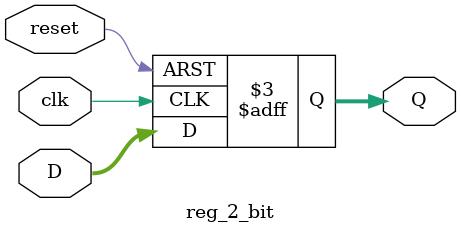
<source format=v>
`timescale 1ns / 1ps


module reg_2_bit (reset, clk, D, Q);
input reset;
input clk;
parameter N = 2; // Allow N to be changed
input [N-1:0] D;
output [N-1:0] Q;
reg [N-1:0] Q;

always @(posedge clk or negedge reset)
if (~reset)
  Q = 0; 
else
  Q = D;
endmodule // regN

</source>
